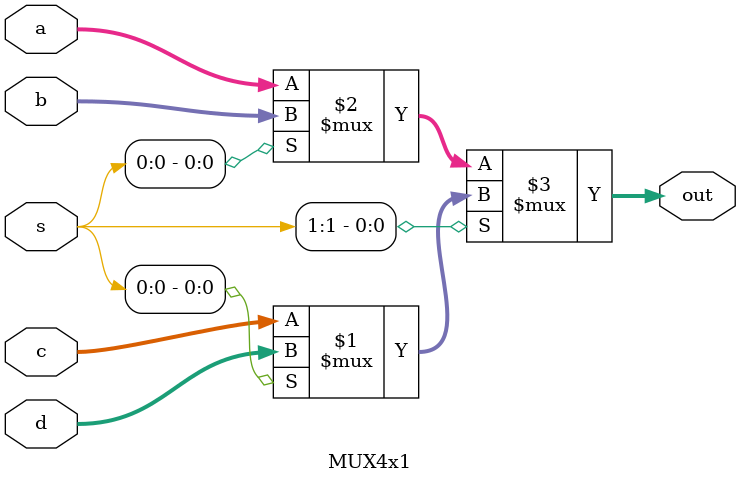
<source format=v>
module MUX4x1 #(parameter N=32) ( input [N-1:0]a,
				input [N-1:0]b,
				input [N-1:0]c,
				input [N-1:0]d,
				input [1:0] s,
				output [N-1:0]out);
				
	assign out = s[1] ? (s[0] ? d : c) : (s[0] ? b : a);
	
endmodule
		
</source>
